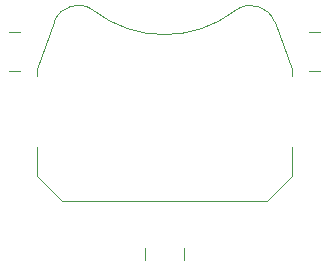
<source format=gbr>
G04 #@! TF.GenerationSoftware,KiCad,Pcbnew,(5.0.0-rc2-dev-82-ga78607874)*
G04 #@! TF.CreationDate,2018-03-09T02:59:27+08:00*
G04 #@! TF.ProjectId,SMD-Heart,534D442D48656172742E6B696361645F,rev?*
G04 #@! TF.SameCoordinates,Original*
G04 #@! TF.FileFunction,Legend,Bot*
G04 #@! TF.FilePolarity,Positive*
%FSLAX46Y46*%
G04 Gerber Fmt 4.6, Leading zero omitted, Abs format (unit mm)*
G04 Created by KiCad (PCBNEW (5.0.0-rc2-dev-82-ga78607874)) date Fri Mar  9 02:59:27 2018*
%MOMM*%
%LPD*%
G01*
G04 APERTURE LIST*
%ADD10C,0.120000*%
%ADD11C,0.100000*%
G04 APERTURE END LIST*
D10*
X74520000Y-52205000D02*
X74520000Y-53205000D01*
X77880000Y-52205000D02*
X77880000Y-53205000D01*
X88400000Y-33880000D02*
X89400000Y-33880000D01*
X88400000Y-37240000D02*
X89400000Y-37240000D01*
X64000000Y-33880000D02*
X63000000Y-33880000D01*
X64000000Y-37240000D02*
X63000000Y-37240000D01*
D11*
X86980000Y-37640000D02*
X86980000Y-37010000D01*
X86980000Y-46100000D02*
X86980000Y-43640000D01*
X65420000Y-37640000D02*
X65420000Y-37010000D01*
X65420000Y-46100000D02*
X65420000Y-43640000D01*
X85525244Y-33051831D02*
G75*
G03X82200000Y-32090000I-2015244J-738169D01*
G01*
X86980000Y-37010000D02*
X85540000Y-33060000D01*
X84900000Y-48180000D02*
X86980000Y-46100000D01*
X84900000Y-48180000D02*
X67500000Y-48180000D01*
X67500000Y-48180000D02*
X65420000Y-46100000D01*
X65420000Y-37010000D02*
X66860000Y-33060000D01*
X70196646Y-32073470D02*
G75*
G03X66860000Y-33060000I-1306646J-1716530D01*
G01*
X70195399Y-32086464D02*
G75*
G03X82200000Y-32090000I6004601J7806464D01*
G01*
M02*

</source>
